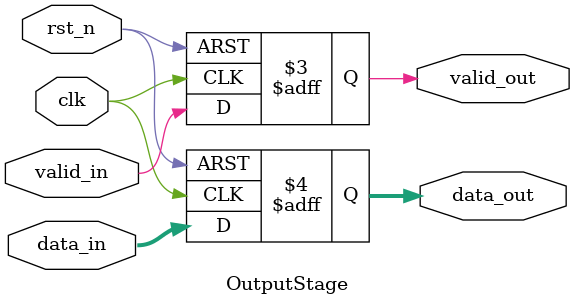
<source format=sv>
module TwosComplement (
    input  wire        clk,         // 时钟信号
    input  wire        rst_n,       // 复位信号，低电平有效
    input  wire        data_valid,  // 输入数据有效信号
    input  wire signed [15:0] number,      // 输入数据
    output wire        result_valid,       // 结果有效信号
    output wire [15:0] complement         // 补码结果
);

    // 内部连线定义
    wire        stage1_valid;      // 第一级流水线有效信号
    wire [15:0] inverted_data;     // 存储取反后的数据
    wire        stage2_valid;      // 第二级流水线有效信号
    wire [15:0] add_one_result;    // 存储加1后的结果

    // 实例化数据取反模块
    InvertStage invert_stage (
        .clk        (clk),
        .rst_n      (rst_n),
        .data_valid (data_valid),
        .number     (number),
        .valid_out  (stage1_valid),
        .data_out   (inverted_data)
    );

    // 实例化加1操作模块
    AddOneStage add_one_stage (
        .clk        (clk),
        .rst_n      (rst_n),
        .valid_in   (stage1_valid),
        .data_in    (inverted_data),
        .valid_out  (stage2_valid),
        .data_out   (add_one_result)
    );

    // 实例化输出寄存模块
    OutputStage output_stage (
        .clk        (clk),
        .rst_n      (rst_n),
        .valid_in   (stage2_valid),
        .data_in    (add_one_result),
        .valid_out  (result_valid),
        .data_out   (complement)
    );

endmodule

// 第一阶段模块：数据取反
module InvertStage #(
    parameter WIDTH = 16
)(
    input  wire             clk,        // 时钟信号
    input  wire             rst_n,      // 复位信号
    input  wire             data_valid, // 输入数据有效信号
    input  wire [WIDTH-1:0] number,     // 输入数据
    output reg              valid_out,  // 输出有效信号
    output reg  [WIDTH-1:0] data_out    // 输出数据
);

    always @(posedge clk or negedge rst_n) begin
        if (!rst_n) begin
            data_out  <= {WIDTH{1'b0}};
            valid_out <= 1'b0;
        end else begin
            if (data_valid) begin
                data_out  <= ~number;  // 取反操作
                valid_out <= 1'b1;
            end else begin
                valid_out <= 1'b0;
            end
        end
    end

endmodule

// 第二阶段模块：加1操作
module AddOneStage #(
    parameter WIDTH = 16
)(
    input  wire             clk,       // 时钟信号
    input  wire             rst_n,     // 复位信号
    input  wire             valid_in,  // 输入有效信号
    input  wire [WIDTH-1:0] data_in,   // 输入数据
    output reg              valid_out, // 输出有效信号
    output reg  [WIDTH-1:0] data_out   // 输出数据
);

    always @(posedge clk or negedge rst_n) begin
        if (!rst_n) begin
            data_out  <= {WIDTH{1'b0}};
            valid_out <= 1'b0;
        end else begin
            if (valid_in) begin
                data_out  <= data_in + {{(WIDTH-1){1'b0}}, 1'b1};  // 加1操作
                valid_out <= 1'b1;
            end else begin
                valid_out <= 1'b0;
            end
        end
    end

endmodule

// 输出阶段模块：寄存结果
module OutputStage #(
    parameter WIDTH = 16
)(
    input  wire             clk,       // 时钟信号
    input  wire             rst_n,     // 复位信号
    input  wire             valid_in,  // 输入有效信号
    input  wire [WIDTH-1:0] data_in,   // 输入数据
    output reg              valid_out, // 输出有效信号
    output reg  [WIDTH-1:0] data_out   // 输出数据
);

    always @(posedge clk or negedge rst_n) begin
        if (!rst_n) begin
            data_out  <= {WIDTH{1'b0}};
            valid_out <= 1'b0;
        end else begin
            data_out  <= data_in;
            valid_out <= valid_in;
        end
    end

endmodule
</source>
